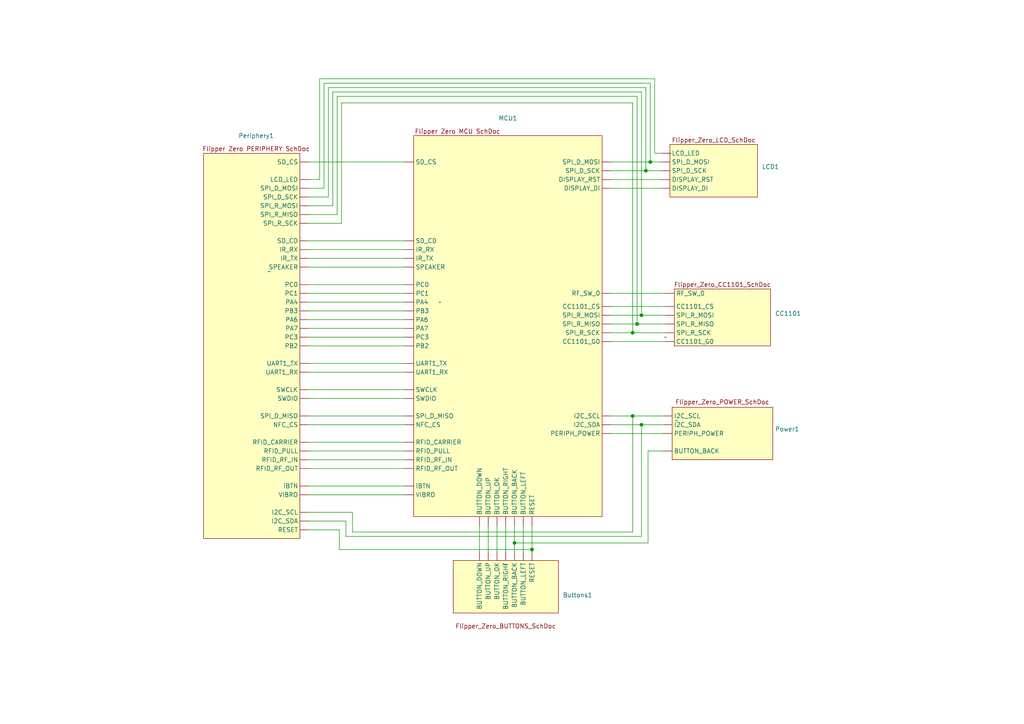
<source format=kicad_sch>
(kicad_sch
	(version 20250114)
	(generator "eeschema")
	(generator_version "9.0")
	(uuid "82772dcb-58e3-42ce-9eaf-750ba31cf4b4")
	(paper "A4")
	(title_block
		(title "Flipper Device DIY")
		(rev "13.F7B9C6")
		(company "Originally from : Flipper Devices Inc.")
		(comment 1 "DIY Version 1.0")
	)
	(lib_symbols
		(symbol "Flipper_Zero_Lib:Flipper_Zero_Button_Block"
			(exclude_from_sim no)
			(in_bom yes)
			(on_board yes)
			(property "Reference" "Buttons"
				(at -11.43 -15.24 0)
				(effects
					(font
						(size 1.27 1.27)
					)
				)
			)
			(property "Value" ""
				(at 0 0 0)
				(effects
					(font
						(size 1.27 1.27)
					)
				)
			)
			(property "Footprint" ""
				(at 0 0 0)
				(effects
					(font
						(size 1.27 1.27)
					)
					(hide yes)
				)
			)
			(property "Datasheet" ""
				(at 0 0 0)
				(effects
					(font
						(size 1.27 1.27)
					)
					(hide yes)
				)
			)
			(property "Description" ""
				(at 0 0 0)
				(effects
					(font
						(size 1.27 1.27)
					)
					(hide yes)
				)
			)
			(symbol "Flipper_Zero_Button_Block_1_1"
				(rectangle
					(start -15.24 1.27)
					(end 15.24 -13.97)
					(stroke
						(width 0)
						(type default)
					)
					(fill
						(type background)
					)
				)
				(text "Flipper_Zero_BUTTONS_SchDoc\n"
					(at 0 -17.78 0)
					(effects
						(font
							(size 1.27 1.27)
						)
					)
				)
				(pin output line
					(at -7.62 3.81 270)
					(length 2.54)
					(name "BUTTON_DOWN"
						(effects
							(font
								(size 1.27 1.27)
							)
						)
					)
					(number ""
						(effects
							(font
								(size 1.27 1.27)
							)
						)
					)
				)
				(pin output line
					(at -5.08 3.81 270)
					(length 2.54)
					(name "BUTTON_UP"
						(effects
							(font
								(size 1.27 1.27)
							)
						)
					)
					(number ""
						(effects
							(font
								(size 1.27 1.27)
							)
						)
					)
				)
				(pin output line
					(at -2.54 3.81 270)
					(length 2.54)
					(name "BUTTON_OK"
						(effects
							(font
								(size 1.27 1.27)
							)
						)
					)
					(number ""
						(effects
							(font
								(size 1.27 1.27)
							)
						)
					)
				)
				(pin output line
					(at 0 3.81 270)
					(length 2.54)
					(name "BUTTON_RIGHT"
						(effects
							(font
								(size 1.27 1.27)
							)
						)
					)
					(number ""
						(effects
							(font
								(size 1.27 1.27)
							)
						)
					)
				)
				(pin output line
					(at 2.54 3.81 270)
					(length 2.54)
					(name "BUTTON_BACK"
						(effects
							(font
								(size 1.27 1.27)
							)
						)
					)
					(number ""
						(effects
							(font
								(size 1.27 1.27)
							)
						)
					)
				)
				(pin output line
					(at 5.08 3.81 270)
					(length 2.54)
					(name "BUTTON_LEFT"
						(effects
							(font
								(size 1.27 1.27)
							)
						)
					)
					(number ""
						(effects
							(font
								(size 1.27 1.27)
							)
						)
					)
				)
				(pin output line
					(at 7.62 3.81 270)
					(length 2.54)
					(name "RESET"
						(effects
							(font
								(size 1.27 1.27)
							)
						)
					)
					(number ""
						(effects
							(font
								(size 1.27 1.27)
							)
						)
					)
				)
			)
			(embedded_fonts no)
		)
		(symbol "Flipper_Zero_Lib:Flipper_Zero_CC101_Block"
			(exclude_from_sim no)
			(in_bom yes)
			(on_board yes)
			(property "Reference" "CC1101"
				(at 2.54 17.78 0)
				(effects
					(font
						(size 1.27 1.27)
					)
				)
			)
			(property "Value" ""
				(at -3.81 0 0)
				(effects
					(font
						(size 1.27 1.27)
					)
				)
			)
			(property "Footprint" ""
				(at -3.81 0 0)
				(effects
					(font
						(size 1.27 1.27)
					)
					(hide yes)
				)
			)
			(property "Datasheet" ""
				(at -3.81 0 0)
				(effects
					(font
						(size 1.27 1.27)
					)
					(hide yes)
				)
			)
			(property "Description" ""
				(at 0 0 0)
				(effects
					(font
						(size 1.27 1.27)
					)
					(hide yes)
				)
			)
			(symbol "Flipper_Zero_CC101_Block_1_1"
				(rectangle
					(start -1.27 13.97)
					(end 26.67 -2.54)
					(stroke
						(width 0)
						(type default)
					)
					(fill
						(type background)
					)
				)
				(text "Flipper_Zero_CC1101_SchDoc\n"
					(at 12.7 15.24 0)
					(effects
						(font
							(size 1.27 1.27)
						)
					)
				)
				(pin input line
					(at -3.81 12.7 0)
					(length 2.54)
					(name "RF_SW_0"
						(effects
							(font
								(size 1.27 1.27)
							)
						)
					)
					(number ""
						(effects
							(font
								(size 1.27 1.27)
							)
						)
					)
				)
				(pin input line
					(at -3.81 8.89 0)
					(length 2.54)
					(name "CC1101_CS"
						(effects
							(font
								(size 1.27 1.27)
							)
						)
					)
					(number ""
						(effects
							(font
								(size 1.27 1.27)
							)
						)
					)
				)
				(pin input line
					(at -3.81 6.35 0)
					(length 2.54)
					(name "SPI_R_MOSI"
						(effects
							(font
								(size 1.27 1.27)
							)
						)
					)
					(number ""
						(effects
							(font
								(size 1.27 1.27)
							)
						)
					)
				)
				(pin output line
					(at -3.81 3.81 0)
					(length 2.54)
					(name "SPI_R_MISO"
						(effects
							(font
								(size 1.27 1.27)
							)
						)
					)
					(number ""
						(effects
							(font
								(size 1.27 1.27)
							)
						)
					)
				)
				(pin input line
					(at -3.81 1.27 0)
					(length 2.54)
					(name "SPI_R_SCK"
						(effects
							(font
								(size 1.27 1.27)
							)
						)
					)
					(number ""
						(effects
							(font
								(size 1.27 1.27)
							)
						)
					)
				)
				(pin bidirectional line
					(at -3.81 -1.27 0)
					(length 2.54)
					(name "CC1101_G0"
						(effects
							(font
								(size 1.27 1.27)
							)
						)
					)
					(number ""
						(effects
							(font
								(size 1.27 1.27)
							)
						)
					)
				)
			)
			(embedded_fonts no)
		)
		(symbol "Flipper_Zero_Lib:Flipper_Zero_LCD_BLOCK"
			(exclude_from_sim no)
			(in_bom yes)
			(on_board yes)
			(property "Reference" "LCD"
				(at 2.54 6.35 0)
				(effects
					(font
						(size 1.27 1.27)
					)
				)
			)
			(property "Value" ""
				(at 0 0 0)
				(effects
					(font
						(size 1.27 1.27)
					)
				)
			)
			(property "Footprint" ""
				(at 0 0 0)
				(effects
					(font
						(size 1.27 1.27)
					)
					(hide yes)
				)
			)
			(property "Datasheet" ""
				(at 0 0 0)
				(effects
					(font
						(size 1.27 1.27)
					)
					(hide yes)
				)
			)
			(property "Description" ""
				(at 0 0 0)
				(effects
					(font
						(size 1.27 1.27)
					)
					(hide yes)
				)
			)
			(symbol "Flipper_Zero_LCD_BLOCK_1_1"
				(rectangle
					(start 0 2.54)
					(end 25.4 -12.7)
					(stroke
						(width 0)
						(type default)
					)
					(fill
						(type background)
					)
				)
				(text "Flipper_Zero_LCD_SchDoc\n"
					(at 12.7 3.81 0)
					(effects
						(font
							(size 1.27 1.27)
						)
					)
				)
				(pin output line
					(at -2.54 0 0)
					(length 2.54)
					(name "LCD_LED"
						(effects
							(font
								(size 1.27 1.27)
							)
						)
					)
					(number ""
						(effects
							(font
								(size 1.27 1.27)
							)
						)
					)
				)
				(pin input line
					(at -2.54 -2.54 0)
					(length 2.54)
					(name "SPI_D_MOSI"
						(effects
							(font
								(size 1.27 1.27)
							)
						)
					)
					(number ""
						(effects
							(font
								(size 1.27 1.27)
							)
						)
					)
				)
				(pin input line
					(at -2.54 -5.08 0)
					(length 2.54)
					(name "SPI_D_SCK"
						(effects
							(font
								(size 1.27 1.27)
							)
						)
					)
					(number ""
						(effects
							(font
								(size 1.27 1.27)
							)
						)
					)
				)
				(pin input line
					(at -2.54 -7.62 0)
					(length 2.54)
					(name "DISPLAY_RST"
						(effects
							(font
								(size 1.27 1.27)
							)
						)
					)
					(number ""
						(effects
							(font
								(size 1.27 1.27)
							)
						)
					)
				)
				(pin input line
					(at -2.54 -10.16 0)
					(length 2.54)
					(name "DISPLAY_DI"
						(effects
							(font
								(size 1.27 1.27)
							)
						)
					)
					(number ""
						(effects
							(font
								(size 1.27 1.27)
							)
						)
					)
				)
			)
			(embedded_fonts no)
		)
		(symbol "Flipper_Zero_Lib:Flipper_Zero_MCU_Block"
			(exclude_from_sim no)
			(in_bom no)
			(on_board no)
			(property "Reference" "MCU"
				(at -24.13 60.96 0)
				(effects
					(font
						(size 1.27 1.27)
					)
				)
			)
			(property "Value" ""
				(at -19.05 8.89 0)
				(effects
					(font
						(size 1.27 1.27)
					)
				)
			)
			(property "Footprint" ""
				(at -19.05 8.89 0)
				(effects
					(font
						(size 1.27 1.27)
					)
					(hide yes)
				)
			)
			(property "Datasheet" ""
				(at -19.05 8.89 0)
				(effects
					(font
						(size 1.27 1.27)
					)
					(hide yes)
				)
			)
			(property "Description" ""
				(at 0 0 0)
				(effects
					(font
						(size 1.27 1.27)
					)
					(hide yes)
				)
			)
			(symbol "Flipper_Zero_MCU_Block_1_1"
				(rectangle
					(start -26.67 57.15)
					(end 27.94 -53.34)
					(stroke
						(width 0)
						(type default)
					)
					(fill
						(type background)
					)
				)
				(text "Flipper Zero MCU SchDoc\n"
					(at -13.97 58.42 0)
					(effects
						(font
							(size 1.27 1.27)
						)
					)
				)
				(pin output line
					(at -29.21 49.53 0)
					(length 2.54)
					(name "SD_CS"
						(effects
							(font
								(size 1.27 1.27)
							)
						)
					)
					(number ""
						(effects
							(font
								(size 1.27 1.27)
							)
						)
					)
				)
				(pin input line
					(at -29.21 26.67 0)
					(length 2.54)
					(name "SD_CD"
						(effects
							(font
								(size 1.27 1.27)
							)
						)
					)
					(number ""
						(effects
							(font
								(size 1.27 1.27)
							)
						)
					)
				)
				(pin input line
					(at -29.21 24.13 0)
					(length 2.54)
					(name "IR_RX"
						(effects
							(font
								(size 1.27 1.27)
							)
						)
					)
					(number ""
						(effects
							(font
								(size 1.27 1.27)
							)
						)
					)
				)
				(pin output line
					(at -29.21 21.59 0)
					(length 2.54)
					(name "IR_TX"
						(effects
							(font
								(size 1.27 1.27)
							)
						)
					)
					(number ""
						(effects
							(font
								(size 1.27 1.27)
							)
						)
					)
				)
				(pin output line
					(at -29.21 19.05 0)
					(length 2.54)
					(name "SPEAKER"
						(effects
							(font
								(size 1.27 1.27)
							)
						)
					)
					(number ""
						(effects
							(font
								(size 1.27 1.27)
							)
						)
					)
				)
				(pin bidirectional line
					(at -29.21 13.97 0)
					(length 2.54)
					(name "PC0"
						(effects
							(font
								(size 1.27 1.27)
							)
						)
					)
					(number ""
						(effects
							(font
								(size 1.27 1.27)
							)
						)
					)
				)
				(pin bidirectional line
					(at -29.21 11.43 0)
					(length 2.54)
					(name "PC1"
						(effects
							(font
								(size 1.27 1.27)
							)
						)
					)
					(number ""
						(effects
							(font
								(size 1.27 1.27)
							)
						)
					)
				)
				(pin bidirectional line
					(at -29.21 8.89 0)
					(length 2.54)
					(name "PA4"
						(effects
							(font
								(size 1.27 1.27)
							)
						)
					)
					(number ""
						(effects
							(font
								(size 1.27 1.27)
							)
						)
					)
				)
				(pin bidirectional line
					(at -29.21 6.35 0)
					(length 2.54)
					(name "PB3"
						(effects
							(font
								(size 1.27 1.27)
							)
						)
					)
					(number ""
						(effects
							(font
								(size 1.27 1.27)
							)
						)
					)
				)
				(pin bidirectional line
					(at -29.21 3.81 0)
					(length 2.54)
					(name "PA6"
						(effects
							(font
								(size 1.27 1.27)
							)
						)
					)
					(number ""
						(effects
							(font
								(size 1.27 1.27)
							)
						)
					)
				)
				(pin bidirectional line
					(at -29.21 1.27 0)
					(length 2.54)
					(name "PA7"
						(effects
							(font
								(size 1.27 1.27)
							)
						)
					)
					(number ""
						(effects
							(font
								(size 1.27 1.27)
							)
						)
					)
				)
				(pin bidirectional line
					(at -29.21 -1.27 0)
					(length 2.54)
					(name "PC3"
						(effects
							(font
								(size 1.27 1.27)
							)
						)
					)
					(number ""
						(effects
							(font
								(size 1.27 1.27)
							)
						)
					)
				)
				(pin bidirectional line
					(at -29.21 -3.81 0)
					(length 2.54)
					(name "PB2"
						(effects
							(font
								(size 1.27 1.27)
							)
						)
					)
					(number ""
						(effects
							(font
								(size 1.27 1.27)
							)
						)
					)
				)
				(pin output line
					(at -29.21 -8.89 0)
					(length 2.54)
					(name "UART1_TX"
						(effects
							(font
								(size 1.27 1.27)
							)
						)
					)
					(number ""
						(effects
							(font
								(size 1.27 1.27)
							)
						)
					)
				)
				(pin input line
					(at -29.21 -11.43 0)
					(length 2.54)
					(name "UART1_RX"
						(effects
							(font
								(size 1.27 1.27)
							)
						)
					)
					(number ""
						(effects
							(font
								(size 1.27 1.27)
							)
						)
					)
				)
				(pin output line
					(at -29.21 -16.51 0)
					(length 2.54)
					(name "SWCLK"
						(effects
							(font
								(size 1.27 1.27)
							)
						)
					)
					(number ""
						(effects
							(font
								(size 1.27 1.27)
							)
						)
					)
				)
				(pin bidirectional line
					(at -29.21 -19.05 0)
					(length 2.54)
					(name "SWDIO"
						(effects
							(font
								(size 1.27 1.27)
							)
						)
					)
					(number ""
						(effects
							(font
								(size 1.27 1.27)
							)
						)
					)
				)
				(pin input line
					(at -29.21 -24.13 0)
					(length 2.54)
					(name "SPI_D_MISO"
						(effects
							(font
								(size 1.27 1.27)
							)
						)
					)
					(number ""
						(effects
							(font
								(size 1.27 1.27)
							)
						)
					)
				)
				(pin output line
					(at -29.21 -26.67 0)
					(length 2.54)
					(name "NFC_CS"
						(effects
							(font
								(size 1.27 1.27)
							)
						)
					)
					(number ""
						(effects
							(font
								(size 1.27 1.27)
							)
						)
					)
				)
				(pin input line
					(at -29.21 -31.75 0)
					(length 2.54)
					(name "RFID_CARRIER"
						(effects
							(font
								(size 1.27 1.27)
							)
						)
					)
					(number ""
						(effects
							(font
								(size 1.27 1.27)
							)
						)
					)
				)
				(pin output line
					(at -29.21 -34.29 0)
					(length 2.54)
					(name "RFID_PULL"
						(effects
							(font
								(size 1.27 1.27)
							)
						)
					)
					(number ""
						(effects
							(font
								(size 1.27 1.27)
							)
						)
					)
				)
				(pin input line
					(at -29.21 -36.83 0)
					(length 2.54)
					(name "RFID_RF_IN"
						(effects
							(font
								(size 1.27 1.27)
							)
						)
					)
					(number ""
						(effects
							(font
								(size 1.27 1.27)
							)
						)
					)
				)
				(pin output line
					(at -29.21 -39.37 0)
					(length 2.54)
					(name "RFID_RF_OUT"
						(effects
							(font
								(size 1.27 1.27)
							)
						)
					)
					(number ""
						(effects
							(font
								(size 1.27 1.27)
							)
						)
					)
				)
				(pin bidirectional line
					(at -29.21 -44.45 0)
					(length 2.54)
					(name "iBTN"
						(effects
							(font
								(size 1.27 1.27)
							)
						)
					)
					(number ""
						(effects
							(font
								(size 1.27 1.27)
							)
						)
					)
				)
				(pin output line
					(at -29.21 -46.99 0)
					(length 2.54)
					(name "VIBRO"
						(effects
							(font
								(size 1.27 1.27)
							)
						)
					)
					(number ""
						(effects
							(font
								(size 1.27 1.27)
							)
						)
					)
				)
				(pin input line
					(at -7.62 -55.88 90)
					(length 2.54)
					(name "BUTTON_DOWN"
						(effects
							(font
								(size 1.27 1.27)
							)
						)
					)
					(number ""
						(effects
							(font
								(size 1.27 1.27)
							)
						)
					)
				)
				(pin input line
					(at -5.08 -55.88 90)
					(length 2.54)
					(name "BUTTON_UP"
						(effects
							(font
								(size 1.27 1.27)
							)
						)
					)
					(number ""
						(effects
							(font
								(size 1.27 1.27)
							)
						)
					)
				)
				(pin input line
					(at -2.54 -55.88 90)
					(length 2.54)
					(name "BUTTON_OK"
						(effects
							(font
								(size 1.27 1.27)
							)
						)
					)
					(number ""
						(effects
							(font
								(size 1.27 1.27)
							)
						)
					)
				)
				(pin input line
					(at 0 -55.88 90)
					(length 2.54)
					(name "BUTTON_RIGHT"
						(effects
							(font
								(size 1.27 1.27)
							)
						)
					)
					(number ""
						(effects
							(font
								(size 1.27 1.27)
							)
						)
					)
				)
				(pin input line
					(at 2.54 -55.88 90)
					(length 2.54)
					(name "BUTTON_BACK"
						(effects
							(font
								(size 1.27 1.27)
							)
						)
					)
					(number ""
						(effects
							(font
								(size 1.27 1.27)
							)
						)
					)
				)
				(pin input line
					(at 5.08 -55.88 90)
					(length 2.54)
					(name "BUTTON_LEFT"
						(effects
							(font
								(size 1.27 1.27)
							)
						)
					)
					(number ""
						(effects
							(font
								(size 1.27 1.27)
							)
						)
					)
				)
				(pin input line
					(at 7.62 -55.88 90)
					(length 2.54)
					(name "RESET"
						(effects
							(font
								(size 1.27 1.27)
							)
						)
					)
					(number ""
						(effects
							(font
								(size 1.27 1.27)
							)
						)
					)
				)
				(pin output line
					(at 30.48 49.53 180)
					(length 2.54)
					(name "SPI_D_MOSI"
						(effects
							(font
								(size 1.27 1.27)
							)
						)
					)
					(number ""
						(effects
							(font
								(size 1.27 1.27)
							)
						)
					)
				)
				(pin output line
					(at 30.48 46.99 180)
					(length 2.54)
					(name "SPI_D_SCK"
						(effects
							(font
								(size 1.27 1.27)
							)
						)
					)
					(number ""
						(effects
							(font
								(size 1.27 1.27)
							)
						)
					)
				)
				(pin output line
					(at 30.48 44.45 180)
					(length 2.54)
					(name "DISPLAY_RST"
						(effects
							(font
								(size 1.27 1.27)
							)
						)
					)
					(number ""
						(effects
							(font
								(size 1.27 1.27)
							)
						)
					)
				)
				(pin output line
					(at 30.48 41.91 180)
					(length 2.54)
					(name "DISPLAY_DI"
						(effects
							(font
								(size 1.27 1.27)
							)
						)
					)
					(number ""
						(effects
							(font
								(size 1.27 1.27)
							)
						)
					)
				)
				(pin output line
					(at 30.48 11.43 180)
					(length 2.54)
					(name "RF_SW_0"
						(effects
							(font
								(size 1.27 1.27)
							)
						)
					)
					(number ""
						(effects
							(font
								(size 1.27 1.27)
							)
						)
					)
				)
				(pin output line
					(at 30.48 7.62 180)
					(length 2.54)
					(name "CC1101_CS"
						(effects
							(font
								(size 1.27 1.27)
							)
						)
					)
					(number ""
						(effects
							(font
								(size 1.27 1.27)
							)
						)
					)
				)
				(pin output line
					(at 30.48 5.08 180)
					(length 2.54)
					(name "SPI_R_MOSI"
						(effects
							(font
								(size 1.27 1.27)
							)
						)
					)
					(number ""
						(effects
							(font
								(size 1.27 1.27)
							)
						)
					)
				)
				(pin input line
					(at 30.48 2.54 180)
					(length 2.54)
					(name "SPI_R_MISO"
						(effects
							(font
								(size 1.27 1.27)
							)
						)
					)
					(number ""
						(effects
							(font
								(size 1.27 1.27)
							)
						)
					)
				)
				(pin output line
					(at 30.48 0 180)
					(length 2.54)
					(name "SPI_R_SCK"
						(effects
							(font
								(size 1.27 1.27)
							)
						)
					)
					(number ""
						(effects
							(font
								(size 1.27 1.27)
							)
						)
					)
				)
				(pin bidirectional line
					(at 30.48 -2.54 180)
					(length 2.54)
					(name "CC1101_G0"
						(effects
							(font
								(size 1.27 1.27)
							)
						)
					)
					(number ""
						(effects
							(font
								(size 1.27 1.27)
							)
						)
					)
				)
				(pin output line
					(at 30.48 -24.13 180)
					(length 2.54)
					(name "I2C_SCL"
						(effects
							(font
								(size 1.27 1.27)
							)
						)
					)
					(number ""
						(effects
							(font
								(size 1.27 1.27)
							)
						)
					)
				)
				(pin bidirectional line
					(at 30.48 -26.67 180)
					(length 2.54)
					(name "I2C_SDA"
						(effects
							(font
								(size 1.27 1.27)
							)
						)
					)
					(number ""
						(effects
							(font
								(size 1.27 1.27)
							)
						)
					)
				)
				(pin output line
					(at 30.48 -29.21 180)
					(length 2.54)
					(name "PERIPH_POWER"
						(effects
							(font
								(size 1.27 1.27)
							)
						)
					)
					(number ""
						(effects
							(font
								(size 1.27 1.27)
							)
						)
					)
				)
			)
			(embedded_fonts no)
		)
		(symbol "Flipper_Zero_Lib:Flipper_Zero_Periphery_Block"
			(exclude_from_sim no)
			(in_bom yes)
			(on_board yes)
			(property "Reference" "Periphery"
				(at -15.24 38.1 0)
				(effects
					(font
						(size 1.27 1.27)
					)
				)
			)
			(property "Value" ""
				(at 0 0 0)
				(effects
					(font
						(size 1.27 1.27)
					)
				)
			)
			(property "Footprint" ""
				(at 0 0 0)
				(effects
					(font
						(size 1.27 1.27)
					)
					(hide yes)
				)
			)
			(property "Datasheet" ""
				(at 0 0 0)
				(effects
					(font
						(size 1.27 1.27)
					)
					(hide yes)
				)
			)
			(property "Description" ""
				(at 0 0 0)
				(effects
					(font
						(size 1.27 1.27)
					)
					(hide yes)
				)
			)
			(symbol "Flipper_Zero_Periphery_Block_1_1"
				(rectangle
					(start -19.05 34.29)
					(end 8.89 -77.47)
					(stroke
						(width 0)
						(type default)
					)
					(fill
						(type background)
					)
				)
				(text "Flipper Zero PERIPHERY SchDoc\n"
					(at -3.81 35.56 0)
					(effects
						(font
							(size 1.27 1.27)
						)
					)
				)
				(pin input line
					(at 11.43 31.75 180)
					(length 2.54)
					(name "SD_CS"
						(effects
							(font
								(size 1.27 1.27)
							)
						)
					)
					(number ""
						(effects
							(font
								(size 1.27 1.27)
							)
						)
					)
				)
				(pin input line
					(at 11.43 26.67 180)
					(length 2.54)
					(name "LCD_LED"
						(effects
							(font
								(size 1.27 1.27)
							)
						)
					)
					(number ""
						(effects
							(font
								(size 1.27 1.27)
							)
						)
					)
				)
				(pin input line
					(at 11.43 24.13 180)
					(length 2.54)
					(name "SPI_D_MOSI"
						(effects
							(font
								(size 1.27 1.27)
							)
						)
					)
					(number ""
						(effects
							(font
								(size 1.27 1.27)
							)
						)
					)
				)
				(pin input line
					(at 11.43 21.59 180)
					(length 2.54)
					(name "SPI_D_SCK"
						(effects
							(font
								(size 1.27 1.27)
							)
						)
					)
					(number ""
						(effects
							(font
								(size 1.27 1.27)
							)
						)
					)
				)
				(pin input line
					(at 11.43 19.05 180)
					(length 2.54)
					(name "SPI_R_MOSI"
						(effects
							(font
								(size 1.27 1.27)
							)
						)
					)
					(number ""
						(effects
							(font
								(size 1.27 1.27)
							)
						)
					)
				)
				(pin input line
					(at 11.43 16.51 180)
					(length 2.54)
					(name "SPI_R_MISO"
						(effects
							(font
								(size 1.27 1.27)
							)
						)
					)
					(number ""
						(effects
							(font
								(size 1.27 1.27)
							)
						)
					)
				)
				(pin input line
					(at 11.43 13.97 180)
					(length 2.54)
					(name "SPI_R_SCK"
						(effects
							(font
								(size 1.27 1.27)
							)
						)
					)
					(number ""
						(effects
							(font
								(size 1.27 1.27)
							)
						)
					)
				)
				(pin output line
					(at 11.43 8.89 180)
					(length 2.54)
					(name "SD_CD"
						(effects
							(font
								(size 1.27 1.27)
							)
						)
					)
					(number ""
						(effects
							(font
								(size 1.27 1.27)
							)
						)
					)
				)
				(pin output line
					(at 11.43 6.35 180)
					(length 2.54)
					(name "IR_RX"
						(effects
							(font
								(size 1.27 1.27)
							)
						)
					)
					(number ""
						(effects
							(font
								(size 1.27 1.27)
							)
						)
					)
				)
				(pin input line
					(at 11.43 3.81 180)
					(length 2.54)
					(name "IR_TX"
						(effects
							(font
								(size 1.27 1.27)
							)
						)
					)
					(number ""
						(effects
							(font
								(size 1.27 1.27)
							)
						)
					)
				)
				(pin input line
					(at 11.43 1.27 180)
					(length 2.54)
					(name "SPEAKER"
						(effects
							(font
								(size 1.27 1.27)
							)
						)
					)
					(number ""
						(effects
							(font
								(size 1.27 1.27)
							)
						)
					)
				)
				(pin bidirectional line
					(at 11.43 -3.81 180)
					(length 2.54)
					(name "PC0"
						(effects
							(font
								(size 1.27 1.27)
							)
						)
					)
					(number ""
						(effects
							(font
								(size 1.27 1.27)
							)
						)
					)
				)
				(pin bidirectional line
					(at 11.43 -6.35 180)
					(length 2.54)
					(name "PC1"
						(effects
							(font
								(size 1.27 1.27)
							)
						)
					)
					(number ""
						(effects
							(font
								(size 1.27 1.27)
							)
						)
					)
				)
				(pin bidirectional line
					(at 11.43 -8.89 180)
					(length 2.54)
					(name "PA4"
						(effects
							(font
								(size 1.27 1.27)
							)
						)
					)
					(number ""
						(effects
							(font
								(size 1.27 1.27)
							)
						)
					)
				)
				(pin bidirectional line
					(at 11.43 -11.43 180)
					(length 2.54)
					(name "PB3"
						(effects
							(font
								(size 1.27 1.27)
							)
						)
					)
					(number ""
						(effects
							(font
								(size 1.27 1.27)
							)
						)
					)
				)
				(pin bidirectional line
					(at 11.43 -13.97 180)
					(length 2.54)
					(name "PA6"
						(effects
							(font
								(size 1.27 1.27)
							)
						)
					)
					(number ""
						(effects
							(font
								(size 1.27 1.27)
							)
						)
					)
				)
				(pin bidirectional line
					(at 11.43 -16.51 180)
					(length 2.54)
					(name "PA7"
						(effects
							(font
								(size 1.27 1.27)
							)
						)
					)
					(number ""
						(effects
							(font
								(size 1.27 1.27)
							)
						)
					)
				)
				(pin bidirectional line
					(at 11.43 -19.05 180)
					(length 2.54)
					(name "PC3"
						(effects
							(font
								(size 1.27 1.27)
							)
						)
					)
					(number ""
						(effects
							(font
								(size 1.27 1.27)
							)
						)
					)
				)
				(pin bidirectional line
					(at 11.43 -21.59 180)
					(length 2.54)
					(name "PB2"
						(effects
							(font
								(size 1.27 1.27)
							)
						)
					)
					(number ""
						(effects
							(font
								(size 1.27 1.27)
							)
						)
					)
				)
				(pin input line
					(at 11.43 -26.67 180)
					(length 2.54)
					(name "UART1_TX"
						(effects
							(font
								(size 1.27 1.27)
							)
						)
					)
					(number ""
						(effects
							(font
								(size 1.27 1.27)
							)
						)
					)
				)
				(pin output line
					(at 11.43 -29.21 180)
					(length 2.54)
					(name "UART1_RX"
						(effects
							(font
								(size 1.27 1.27)
							)
						)
					)
					(number ""
						(effects
							(font
								(size 1.27 1.27)
							)
						)
					)
				)
				(pin input line
					(at 11.43 -34.29 180)
					(length 2.54)
					(name "SWCLK"
						(effects
							(font
								(size 1.27 1.27)
							)
						)
					)
					(number ""
						(effects
							(font
								(size 1.27 1.27)
							)
						)
					)
				)
				(pin bidirectional line
					(at 11.43 -36.83 180)
					(length 2.54)
					(name "SWDIO"
						(effects
							(font
								(size 1.27 1.27)
							)
						)
					)
					(number ""
						(effects
							(font
								(size 1.27 1.27)
							)
						)
					)
				)
				(pin output line
					(at 11.43 -41.91 180)
					(length 2.54)
					(name "SPI_D_MISO"
						(effects
							(font
								(size 1.27 1.27)
							)
						)
					)
					(number ""
						(effects
							(font
								(size 1.27 1.27)
							)
						)
					)
				)
				(pin input line
					(at 11.43 -44.45 180)
					(length 2.54)
					(name "NFC_CS"
						(effects
							(font
								(size 1.27 1.27)
							)
						)
					)
					(number ""
						(effects
							(font
								(size 1.27 1.27)
							)
						)
					)
				)
				(pin output line
					(at 11.43 -49.53 180)
					(length 2.54)
					(name "RFID_CARRIER"
						(effects
							(font
								(size 1.27 1.27)
							)
						)
					)
					(number ""
						(effects
							(font
								(size 1.27 1.27)
							)
						)
					)
				)
				(pin input line
					(at 11.43 -52.07 180)
					(length 2.54)
					(name "RFID_PULL"
						(effects
							(font
								(size 1.27 1.27)
							)
						)
					)
					(number ""
						(effects
							(font
								(size 1.27 1.27)
							)
						)
					)
				)
				(pin output line
					(at 11.43 -54.61 180)
					(length 2.54)
					(name "RFID_RF_IN"
						(effects
							(font
								(size 1.27 1.27)
							)
						)
					)
					(number ""
						(effects
							(font
								(size 1.27 1.27)
							)
						)
					)
				)
				(pin input line
					(at 11.43 -57.15 180)
					(length 2.54)
					(name "RFID_RF_OUT"
						(effects
							(font
								(size 1.27 1.27)
							)
						)
					)
					(number ""
						(effects
							(font
								(size 1.27 1.27)
							)
						)
					)
				)
				(pin bidirectional line
					(at 11.43 -62.23 180)
					(length 2.54)
					(name "iBTN"
						(effects
							(font
								(size 1.27 1.27)
							)
						)
					)
					(number ""
						(effects
							(font
								(size 1.27 1.27)
							)
						)
					)
				)
				(pin input line
					(at 11.43 -64.77 180)
					(length 2.54)
					(name "VIBRO"
						(effects
							(font
								(size 1.27 1.27)
							)
						)
					)
					(number ""
						(effects
							(font
								(size 1.27 1.27)
							)
						)
					)
				)
				(pin input line
					(at 11.43 -69.85 180)
					(length 2.54)
					(name "I2C_SCL"
						(effects
							(font
								(size 1.27 1.27)
							)
						)
					)
					(number ""
						(effects
							(font
								(size 1.27 1.27)
							)
						)
					)
				)
				(pin bidirectional line
					(at 11.43 -72.39 180)
					(length 2.54)
					(name "I2C_SDA"
						(effects
							(font
								(size 1.27 1.27)
							)
						)
					)
					(number ""
						(effects
							(font
								(size 1.27 1.27)
							)
						)
					)
				)
				(pin input line
					(at 11.43 -74.93 180)
					(length 2.54)
					(name "RESET"
						(effects
							(font
								(size 1.27 1.27)
							)
						)
					)
					(number ""
						(effects
							(font
								(size 1.27 1.27)
							)
						)
					)
				)
			)
			(embedded_fonts no)
		)
		(symbol "Flipper_Zero_Lib:Flipper_Zero_Power_Block"
			(exclude_from_sim no)
			(in_bom yes)
			(on_board yes)
			(property "Reference" "Power"
				(at 2.54 7.62 0)
				(effects
					(font
						(size 1.27 1.27)
					)
				)
			)
			(property "Value" ""
				(at 0 0 0)
				(effects
					(font
						(size 1.27 1.27)
					)
				)
			)
			(property "Footprint" ""
				(at 0 0 0)
				(effects
					(font
						(size 1.27 1.27)
					)
					(hide yes)
				)
			)
			(property "Datasheet" ""
				(at 0 0 0)
				(effects
					(font
						(size 1.27 1.27)
					)
					(hide yes)
				)
			)
			(property "Description" ""
				(at 0 0 0)
				(effects
					(font
						(size 1.27 1.27)
					)
					(hide yes)
				)
			)
			(symbol "Flipper_Zero_Power_Block_1_1"
				(rectangle
					(start -1.27 3.81)
					(end 27.94 -11.43)
					(stroke
						(width 0)
						(type default)
					)
					(fill
						(type background)
					)
				)
				(text "Flipper_Zero_POWER_SchDoc\n"
					(at 13.2919 5.3151 0)
					(effects
						(font
							(size 1.27 1.27)
						)
					)
				)
				(pin input line
					(at -3.81 1.27 0)
					(length 2.54)
					(name "I2C_SCL"
						(effects
							(font
								(size 1.27 1.27)
							)
						)
					)
					(number ""
						(effects
							(font
								(size 1.27 1.27)
							)
						)
					)
				)
				(pin bidirectional line
					(at -3.81 -1.27 0)
					(length 2.54)
					(name "I2C_SDA"
						(effects
							(font
								(size 1.27 1.27)
							)
						)
					)
					(number ""
						(effects
							(font
								(size 1.27 1.27)
							)
						)
					)
				)
				(pin input line
					(at -3.81 -3.81 0)
					(length 2.54)
					(name "PERIPH_POWER"
						(effects
							(font
								(size 1.27 1.27)
							)
						)
					)
					(number ""
						(effects
							(font
								(size 1.27 1.27)
							)
						)
					)
				)
				(pin output line
					(at -3.81 -8.89 0)
					(length 2.54)
					(name "BUTTON_BACK"
						(effects
							(font
								(size 1.27 1.27)
							)
						)
					)
					(number ""
						(effects
							(font
								(size 1.27 1.27)
							)
						)
					)
				)
			)
			(embedded_fonts no)
		)
	)
	(junction
		(at 154.305 159.385)
		(diameter 0)
		(color 0 0 0 0)
		(uuid "06cb3552-f56e-4cab-8643-fa05509ddfce")
	)
	(junction
		(at 183.515 96.52)
		(diameter 0)
		(color 0 0 0 0)
		(uuid "10058db6-1bd2-4809-a40c-69ea6cbc08ee")
	)
	(junction
		(at 184.785 93.98)
		(diameter 0)
		(color 0 0 0 0)
		(uuid "3025b8d3-9bfb-4f23-9e2c-12dfe1ccab31")
	)
	(junction
		(at 149.225 157.48)
		(diameter 0)
		(color 0 0 0 0)
		(uuid "3767edc7-de69-4332-924c-a50c8af2edfc")
	)
	(junction
		(at 186.055 91.44)
		(diameter 0)
		(color 0 0 0 0)
		(uuid "38b3e848-f3c9-4072-8ee7-dc5ec7617ec4")
	)
	(junction
		(at 188.595 46.99)
		(diameter 0)
		(color 0 0 0 0)
		(uuid "4f6a0000-2a86-463b-b798-e031ff906452")
	)
	(junction
		(at 186.055 123.19)
		(diameter 0)
		(color 0 0 0 0)
		(uuid "c83e5d84-adb3-4763-b09f-8b84d78bd161")
	)
	(junction
		(at 187.325 49.53)
		(diameter 0)
		(color 0 0 0 0)
		(uuid "ec432b37-7aa0-412b-938a-86479479c1b3")
	)
	(junction
		(at 183.515 120.65)
		(diameter 0)
		(color 0 0 0 0)
		(uuid "ed964afb-f3f9-4b72-90ef-e24306dff4bf")
	)
	(wire
		(pts
			(xy 186.055 91.44) (xy 193.04 91.44)
		)
		(stroke
			(width 0)
			(type default)
		)
		(uuid "00a1ad52-6ec2-40dd-9a6d-b50de9f131b9")
	)
	(wire
		(pts
			(xy 89.535 46.99) (xy 117.475 46.99)
		)
		(stroke
			(width 0)
			(type default)
		)
		(uuid "0487366e-401b-401b-9a3e-774e066f0bc6")
	)
	(wire
		(pts
			(xy 186.055 26.67) (xy 186.055 91.44)
		)
		(stroke
			(width 0)
			(type default)
		)
		(uuid "0bac62a6-457f-4091-9dd9-dd0f53df7f1d")
	)
	(wire
		(pts
			(xy 151.765 152.4) (xy 151.765 160.02)
		)
		(stroke
			(width 0)
			(type default)
		)
		(uuid "185ee24c-c9ea-409c-bf09-df05e6d38326")
	)
	(wire
		(pts
			(xy 154.305 159.385) (xy 154.305 160.02)
		)
		(stroke
			(width 0)
			(type default)
		)
		(uuid "186a69b7-bf34-4bbc-8051-5a62a107f510")
	)
	(wire
		(pts
			(xy 177.165 99.06) (xy 193.04 99.06)
		)
		(stroke
			(width 0)
			(type default)
		)
		(uuid "18c37d72-088f-48db-8e0a-4ac8fae20236")
	)
	(wire
		(pts
			(xy 89.535 64.77) (xy 99.06 64.77)
		)
		(stroke
			(width 0)
			(type default)
		)
		(uuid "1b3fb04b-f00c-4771-973b-574bf82a635b")
	)
	(wire
		(pts
			(xy 100.33 151.13) (xy 100.33 155.575)
		)
		(stroke
			(width 0)
			(type default)
		)
		(uuid "24eeddb3-ce7b-40a1-9d05-e1dc4a5027ad")
	)
	(wire
		(pts
			(xy 102.235 154.305) (xy 183.515 154.305)
		)
		(stroke
			(width 0)
			(type default)
		)
		(uuid "2586bb19-deb7-49d1-845a-5c008cab8033")
	)
	(wire
		(pts
			(xy 186.055 155.575) (xy 186.055 123.19)
		)
		(stroke
			(width 0)
			(type default)
		)
		(uuid "26e37c6b-4d1e-4203-aa55-10c57cd17f58")
	)
	(wire
		(pts
			(xy 177.165 120.65) (xy 183.515 120.65)
		)
		(stroke
			(width 0)
			(type default)
		)
		(uuid "2af9fcc7-9f78-4c5b-b5cc-4f374a552325")
	)
	(wire
		(pts
			(xy 102.235 148.59) (xy 102.235 154.305)
		)
		(stroke
			(width 0)
			(type default)
		)
		(uuid "2f4e3571-e7ef-4233-bf9b-53db2b55ce58")
	)
	(wire
		(pts
			(xy 149.225 152.4) (xy 149.225 157.48)
		)
		(stroke
			(width 0)
			(type default)
		)
		(uuid "31f4882e-275b-4e3b-a129-5c7fa0f1ceb1")
	)
	(wire
		(pts
			(xy 89.535 130.81) (xy 117.475 130.81)
		)
		(stroke
			(width 0)
			(type default)
		)
		(uuid "34b6cd43-6e5b-411d-8ac4-90358ca919b4")
	)
	(wire
		(pts
			(xy 144.145 152.4) (xy 144.145 160.02)
		)
		(stroke
			(width 0)
			(type default)
		)
		(uuid "38143459-7649-4bf5-b031-da66aec2ae84")
	)
	(wire
		(pts
			(xy 177.165 49.53) (xy 187.325 49.53)
		)
		(stroke
			(width 0)
			(type default)
		)
		(uuid "3df4eaba-1811-4ad6-80ef-363ad016e1c0")
	)
	(wire
		(pts
			(xy 183.515 29.845) (xy 183.515 96.52)
		)
		(stroke
			(width 0)
			(type default)
		)
		(uuid "40089994-5503-4026-8132-d76562af8fac")
	)
	(wire
		(pts
			(xy 89.535 128.27) (xy 117.475 128.27)
		)
		(stroke
			(width 0)
			(type default)
		)
		(uuid "4261f4c7-3f93-43cc-88f0-db0f1a6397b5")
	)
	(wire
		(pts
			(xy 183.515 154.305) (xy 183.515 120.65)
		)
		(stroke
			(width 0)
			(type default)
		)
		(uuid "42c70261-0aee-4d70-883a-da520f965ad0")
	)
	(wire
		(pts
			(xy 89.535 151.13) (xy 100.33 151.13)
		)
		(stroke
			(width 0)
			(type default)
		)
		(uuid "4ab678ef-cf90-462c-8755-b2ad4f221a61")
	)
	(wire
		(pts
			(xy 89.535 123.19) (xy 117.475 123.19)
		)
		(stroke
			(width 0)
			(type default)
		)
		(uuid "4b561dc4-9f52-493e-a8a0-5f6f2abccca6")
	)
	(wire
		(pts
			(xy 192.405 130.81) (xy 187.96 130.81)
		)
		(stroke
			(width 0)
			(type default)
		)
		(uuid "4c605849-3e29-4939-be1c-1629b9af736d")
	)
	(wire
		(pts
			(xy 188.595 46.99) (xy 191.77 46.99)
		)
		(stroke
			(width 0)
			(type default)
		)
		(uuid "4ccde07b-2293-42e0-a4ef-dfc55d8b5ad3")
	)
	(wire
		(pts
			(xy 177.165 46.99) (xy 188.595 46.99)
		)
		(stroke
			(width 0)
			(type default)
		)
		(uuid "5486532d-fbc9-4e30-a785-e07512be87f7")
	)
	(wire
		(pts
			(xy 149.225 157.48) (xy 149.225 160.02)
		)
		(stroke
			(width 0)
			(type default)
		)
		(uuid "569250d4-c3c9-4d79-9f0f-ef1c026b3336")
	)
	(wire
		(pts
			(xy 96.52 26.67) (xy 186.055 26.67)
		)
		(stroke
			(width 0)
			(type default)
		)
		(uuid "5ad648d4-1a9b-4a59-b57e-8a628893398f")
	)
	(wire
		(pts
			(xy 98.425 153.67) (xy 98.425 159.385)
		)
		(stroke
			(width 0)
			(type default)
		)
		(uuid "5d844942-4452-4691-86ac-68a9dc798527")
	)
	(wire
		(pts
			(xy 189.865 44.45) (xy 189.865 22.86)
		)
		(stroke
			(width 0)
			(type default)
		)
		(uuid "5e5d2586-5a64-40d8-beeb-2e5c0864ec79")
	)
	(wire
		(pts
			(xy 89.535 97.79) (xy 117.475 97.79)
		)
		(stroke
			(width 0)
			(type default)
		)
		(uuid "6b0098f7-cc33-4355-b412-c651e20e8f1c")
	)
	(wire
		(pts
			(xy 96.52 59.69) (xy 96.52 26.67)
		)
		(stroke
			(width 0)
			(type default)
		)
		(uuid "6cc4a945-4451-4530-a96c-02fdd6ca2939")
	)
	(wire
		(pts
			(xy 97.79 27.94) (xy 184.785 27.94)
		)
		(stroke
			(width 0)
			(type default)
		)
		(uuid "6f1d8e01-e1ef-4f61-b7e5-aeda3a9fbbb6")
	)
	(wire
		(pts
			(xy 187.325 49.53) (xy 191.77 49.53)
		)
		(stroke
			(width 0)
			(type default)
		)
		(uuid "75799b78-479f-46a4-81f0-b99f719c763b")
	)
	(wire
		(pts
			(xy 89.535 148.59) (xy 102.235 148.59)
		)
		(stroke
			(width 0)
			(type default)
		)
		(uuid "780740b1-4da2-4d30-9fef-b7e8e81a3ac1")
	)
	(wire
		(pts
			(xy 89.535 74.93) (xy 117.475 74.93)
		)
		(stroke
			(width 0)
			(type default)
		)
		(uuid "789c044a-ecd7-49fd-9aeb-61278d0a9a68")
	)
	(wire
		(pts
			(xy 187.325 25.4) (xy 187.325 49.53)
		)
		(stroke
			(width 0)
			(type default)
		)
		(uuid "7b89af4b-0afb-48be-b8d0-3e500b8a0e73")
	)
	(wire
		(pts
			(xy 89.535 120.65) (xy 117.475 120.65)
		)
		(stroke
			(width 0)
			(type default)
		)
		(uuid "7ef46238-e0ee-426e-a118-8fd96055b2ec")
	)
	(wire
		(pts
			(xy 89.535 54.61) (xy 93.98 54.61)
		)
		(stroke
			(width 0)
			(type default)
		)
		(uuid "83189604-7ee9-4722-874c-887b551a2b7f")
	)
	(wire
		(pts
			(xy 184.785 27.94) (xy 184.785 93.98)
		)
		(stroke
			(width 0)
			(type default)
		)
		(uuid "86b9144c-d70e-4a51-9252-da5e5b66c1aa")
	)
	(wire
		(pts
			(xy 89.535 100.33) (xy 117.475 100.33)
		)
		(stroke
			(width 0)
			(type default)
		)
		(uuid "88373903-2670-4700-8fe0-903b7c26a1e2")
	)
	(wire
		(pts
			(xy 89.535 72.39) (xy 117.475 72.39)
		)
		(stroke
			(width 0)
			(type default)
		)
		(uuid "8ce1a4cf-a6c6-48cb-a1b8-67031b7b1791")
	)
	(wire
		(pts
			(xy 97.79 62.23) (xy 97.79 27.94)
		)
		(stroke
			(width 0)
			(type default)
		)
		(uuid "907b5930-11ca-40aa-9a26-3ef58445fc08")
	)
	(wire
		(pts
			(xy 189.865 22.86) (xy 92.71 22.86)
		)
		(stroke
			(width 0)
			(type default)
		)
		(uuid "90e95cfc-b830-4a68-b51a-8986749ee689")
	)
	(wire
		(pts
			(xy 92.71 22.86) (xy 92.71 52.07)
		)
		(stroke
			(width 0)
			(type default)
		)
		(uuid "949d7596-f53a-4722-b2f9-9f1dc6c5cbfa")
	)
	(wire
		(pts
			(xy 187.96 130.81) (xy 187.96 157.48)
		)
		(stroke
			(width 0)
			(type default)
		)
		(uuid "94bdfc42-d42c-463d-93f3-5191aac9a004")
	)
	(wire
		(pts
			(xy 89.535 135.89) (xy 117.475 135.89)
		)
		(stroke
			(width 0)
			(type default)
		)
		(uuid "96c7950a-331b-4460-beaf-f7a3b4a7c67f")
	)
	(wire
		(pts
			(xy 187.96 157.48) (xy 149.225 157.48)
		)
		(stroke
			(width 0)
			(type default)
		)
		(uuid "97661c09-a58e-4c1d-b272-0d2f9f4ddfe0")
	)
	(wire
		(pts
			(xy 177.165 88.9) (xy 193.04 88.9)
		)
		(stroke
			(width 0)
			(type default)
		)
		(uuid "9a8c6ecf-a6f9-4e02-9ae6-d0be6497ec3f")
	)
	(wire
		(pts
			(xy 177.165 52.07) (xy 191.77 52.07)
		)
		(stroke
			(width 0)
			(type default)
		)
		(uuid "9c952c3a-dc39-4afa-bcd3-3a6ceaabab49")
	)
	(wire
		(pts
			(xy 183.515 96.52) (xy 193.04 96.52)
		)
		(stroke
			(width 0)
			(type default)
		)
		(uuid "9d74d654-e3ba-442d-9b7f-f54f365de851")
	)
	(wire
		(pts
			(xy 89.535 62.23) (xy 97.79 62.23)
		)
		(stroke
			(width 0)
			(type default)
		)
		(uuid "9e905897-6f26-4c12-a3e1-1b280a3e5d01")
	)
	(wire
		(pts
			(xy 183.515 120.65) (xy 192.405 120.65)
		)
		(stroke
			(width 0)
			(type default)
		)
		(uuid "9ebfa173-9832-4678-862d-6bf26044ef5b")
	)
	(wire
		(pts
			(xy 89.535 90.17) (xy 117.475 90.17)
		)
		(stroke
			(width 0)
			(type default)
		)
		(uuid "9ef8eda1-dd8f-47fc-b9dd-7e1445fde1b3")
	)
	(wire
		(pts
			(xy 141.605 152.4) (xy 141.605 160.02)
		)
		(stroke
			(width 0)
			(type default)
		)
		(uuid "a111ce97-6d8d-4836-9843-c754f60a3ae0")
	)
	(wire
		(pts
			(xy 139.065 152.4) (xy 139.065 160.02)
		)
		(stroke
			(width 0)
			(type default)
		)
		(uuid "a3379abd-aa0a-4880-9838-ad5f82ac0ac9")
	)
	(wire
		(pts
			(xy 92.71 52.07) (xy 89.535 52.07)
		)
		(stroke
			(width 0)
			(type default)
		)
		(uuid "a84f7ed1-8cb6-4f86-ba2d-8c88e25becf7")
	)
	(wire
		(pts
			(xy 93.98 54.61) (xy 93.98 24.13)
		)
		(stroke
			(width 0)
			(type default)
		)
		(uuid "a8dcbda0-b3e3-4574-9466-737784163398")
	)
	(wire
		(pts
			(xy 98.425 159.385) (xy 154.305 159.385)
		)
		(stroke
			(width 0)
			(type default)
		)
		(uuid "abb1cce8-970c-4938-8e14-4e491220ed8a")
	)
	(wire
		(pts
			(xy 154.305 152.4) (xy 154.305 159.385)
		)
		(stroke
			(width 0)
			(type default)
		)
		(uuid "b18444ca-690e-4c8e-bd6e-b4a96adef9ce")
	)
	(wire
		(pts
			(xy 177.165 85.09) (xy 193.04 85.09)
		)
		(stroke
			(width 0)
			(type default)
		)
		(uuid "b2a75b36-8109-4bd5-8f0d-2e2d57a06a26")
	)
	(wire
		(pts
			(xy 100.33 155.575) (xy 186.055 155.575)
		)
		(stroke
			(width 0)
			(type default)
		)
		(uuid "b486d979-09fc-49d8-a844-f6a034972c85")
	)
	(wire
		(pts
			(xy 89.535 143.51) (xy 117.475 143.51)
		)
		(stroke
			(width 0)
			(type default)
		)
		(uuid "b4e09d7c-656c-4dfd-a0bd-5d8ec2ca8476")
	)
	(wire
		(pts
			(xy 177.165 125.73) (xy 192.405 125.73)
		)
		(stroke
			(width 0)
			(type default)
		)
		(uuid "b9f9dbef-5b4c-4d01-972f-da7fcca8293d")
	)
	(wire
		(pts
			(xy 89.535 85.09) (xy 117.475 85.09)
		)
		(stroke
			(width 0)
			(type default)
		)
		(uuid "babdc00f-03c6-4a96-ab47-0598f5b18632")
	)
	(wire
		(pts
			(xy 89.535 133.35) (xy 117.475 133.35)
		)
		(stroke
			(width 0)
			(type default)
		)
		(uuid "bbee61d4-ba15-4dfa-a3a4-39274bd1f478")
	)
	(wire
		(pts
			(xy 184.785 93.98) (xy 193.04 93.98)
		)
		(stroke
			(width 0)
			(type default)
		)
		(uuid "beb49f27-646a-457d-82a0-cbbf0ccd7df7")
	)
	(wire
		(pts
			(xy 89.535 77.47) (xy 117.475 77.47)
		)
		(stroke
			(width 0)
			(type default)
		)
		(uuid "c0806281-84d4-48ed-bdd8-142fe362c158")
	)
	(wire
		(pts
			(xy 177.165 54.61) (xy 191.77 54.61)
		)
		(stroke
			(width 0)
			(type default)
		)
		(uuid "c3b2e555-ef95-430a-83eb-384968c74dc0")
	)
	(wire
		(pts
			(xy 89.535 107.95) (xy 117.475 107.95)
		)
		(stroke
			(width 0)
			(type default)
		)
		(uuid "c47748af-bb86-4f56-8ce9-dcf8964102a4")
	)
	(wire
		(pts
			(xy 186.055 91.44) (xy 177.165 91.44)
		)
		(stroke
			(width 0)
			(type default)
		)
		(uuid "c4fb25da-1bdb-4f03-b2dd-e0ded9c74bf5")
	)
	(wire
		(pts
			(xy 89.535 92.71) (xy 117.475 92.71)
		)
		(stroke
			(width 0)
			(type default)
		)
		(uuid "c56de681-aa1f-4253-8439-fc6c055721b1")
	)
	(wire
		(pts
			(xy 89.535 105.41) (xy 117.475 105.41)
		)
		(stroke
			(width 0)
			(type default)
		)
		(uuid "cc3d36f5-2705-4f33-a868-4d8263de007b")
	)
	(wire
		(pts
			(xy 191.77 44.45) (xy 189.865 44.45)
		)
		(stroke
			(width 0)
			(type default)
		)
		(uuid "cfc19d08-bf14-41a7-9d7e-24001f9a4f69")
	)
	(wire
		(pts
			(xy 89.535 57.15) (xy 95.25 57.15)
		)
		(stroke
			(width 0)
			(type default)
		)
		(uuid "d5d43f0d-3426-45ef-a964-1e94f78d286b")
	)
	(wire
		(pts
			(xy 186.055 123.19) (xy 192.405 123.19)
		)
		(stroke
			(width 0)
			(type default)
		)
		(uuid "d73fdd09-1b8b-4840-af3b-bda76be47854")
	)
	(wire
		(pts
			(xy 177.165 96.52) (xy 183.515 96.52)
		)
		(stroke
			(width 0)
			(type default)
		)
		(uuid "d9096b72-c7f8-4c0a-8336-4ce293098044")
	)
	(wire
		(pts
			(xy 186.055 123.19) (xy 177.165 123.19)
		)
		(stroke
			(width 0)
			(type default)
		)
		(uuid "dd346efd-c55b-40c6-85e7-50ee2b0cb613")
	)
	(wire
		(pts
			(xy 89.535 113.03) (xy 117.475 113.03)
		)
		(stroke
			(width 0)
			(type default)
		)
		(uuid "de79744c-40fe-42d8-a8d8-54ac255526c2")
	)
	(wire
		(pts
			(xy 89.535 115.57) (xy 117.475 115.57)
		)
		(stroke
			(width 0)
			(type default)
		)
		(uuid "decb84a1-74ec-451e-8dca-8eda078e6cdd")
	)
	(wire
		(pts
			(xy 146.685 152.4) (xy 146.685 160.02)
		)
		(stroke
			(width 0)
			(type default)
		)
		(uuid "dfb2f8eb-e002-4254-96e9-98741f46e2e7")
	)
	(wire
		(pts
			(xy 89.535 69.85) (xy 117.475 69.85)
		)
		(stroke
			(width 0)
			(type default)
		)
		(uuid "e38a7ea4-93dc-40b9-bbeb-9d6005797dd4")
	)
	(wire
		(pts
			(xy 95.25 25.4) (xy 187.325 25.4)
		)
		(stroke
			(width 0)
			(type default)
		)
		(uuid "e6b68c44-3ed9-4329-a75a-b436752dbbe8")
	)
	(wire
		(pts
			(xy 89.535 82.55) (xy 117.475 82.55)
		)
		(stroke
			(width 0)
			(type default)
		)
		(uuid "e763235a-c7ce-4e02-9c1b-76eff14e0321")
	)
	(wire
		(pts
			(xy 95.25 57.15) (xy 95.25 25.4)
		)
		(stroke
			(width 0)
			(type default)
		)
		(uuid "e8646595-bd7b-41ce-a824-5525e48d6afa")
	)
	(wire
		(pts
			(xy 89.535 140.97) (xy 117.475 140.97)
		)
		(stroke
			(width 0)
			(type default)
		)
		(uuid "ea4ed4e9-bbd4-4a8c-8602-6151f0ba8c2b")
	)
	(wire
		(pts
			(xy 188.595 24.13) (xy 188.595 46.99)
		)
		(stroke
			(width 0)
			(type default)
		)
		(uuid "ef97c37b-6a15-48b1-b933-f6ab0eaf876e")
	)
	(wire
		(pts
			(xy 89.535 153.67) (xy 98.425 153.67)
		)
		(stroke
			(width 0)
			(type default)
		)
		(uuid "f38b6c37-34d9-4647-8b15-4ec0dec578b8")
	)
	(wire
		(pts
			(xy 99.06 64.77) (xy 99.06 29.845)
		)
		(stroke
			(width 0)
			(type default)
		)
		(uuid "f8e87d2b-f213-4701-aa80-c3196a95d5cb")
	)
	(wire
		(pts
			(xy 93.98 24.13) (xy 188.595 24.13)
		)
		(stroke
			(width 0)
			(type default)
		)
		(uuid "fab98d9b-7e2b-41f5-bfc1-10ae624a2662")
	)
	(wire
		(pts
			(xy 89.535 95.25) (xy 117.475 95.25)
		)
		(stroke
			(width 0)
			(type default)
		)
		(uuid "fb0ca5dc-4002-45a7-b185-1c6d87979b62")
	)
	(wire
		(pts
			(xy 99.06 29.845) (xy 183.515 29.845)
		)
		(stroke
			(width 0)
			(type default)
		)
		(uuid "ff1cd156-980a-4805-a955-876534346f91")
	)
	(wire
		(pts
			(xy 177.165 93.98) (xy 184.785 93.98)
		)
		(stroke
			(width 0)
			(type default)
		)
		(uuid "ff3da6ef-538b-470c-a2a0-517c3fbb4c50")
	)
	(wire
		(pts
			(xy 89.535 59.69) (xy 96.52 59.69)
		)
		(stroke
			(width 0)
			(type default)
		)
		(uuid "ff87b4b8-8dc8-4a7e-83a9-470c7c997cfb")
	)
	(wire
		(pts
			(xy 89.535 87.63) (xy 117.475 87.63)
		)
		(stroke
			(width 0)
			(type default)
		)
		(uuid "ffbda920-9a31-4ec4-bf2a-26f2c9474fe9")
	)
	(symbol
		(lib_id "Flipper_Zero_Lib:Flipper_Zero_CC101_Block")
		(at 196.85 97.79 0)
		(unit 1)
		(exclude_from_sim yes)
		(in_bom no)
		(on_board no)
		(dnp no)
		(fields_autoplaced yes)
		(uuid "09854567-0045-4a64-8102-a3921aac2f74")
		(property "Reference" "CC1101"
			(at 224.79 90.9292 0)
			(effects
				(font
					(size 1.27 1.27)
				)
				(justify left)
			)
		)
		(property "Value" "~"
			(at 193.04 97.79 0)
			(effects
				(font
					(size 1.27 1.27)
				)
			)
		)
		(property "Footprint" ""
			(at 193.04 97.79 0)
			(effects
				(font
					(size 1.27 1.27)
				)
				(hide yes)
			)
		)
		(property "Datasheet" ""
			(at 193.04 97.79 0)
			(effects
				(font
					(size 1.27 1.27)
				)
				(hide yes)
			)
		)
		(property "Description" ""
			(at 196.85 97.79 0)
			(effects
				(font
					(size 1.27 1.27)
				)
				(hide yes)
			)
		)
		(pin ""
			(uuid "55773b3d-09a8-4431-a5b9-7d8056efdb78")
		)
		(pin ""
			(uuid "cf6f08dd-6206-4fef-be68-9b520edf8b6e")
		)
		(pin ""
			(uuid "46fe5aeb-5bbe-4177-b756-cd094c1d2e34")
		)
		(pin ""
			(uuid "87f238ac-6f2b-49ce-a245-33b3b519d44e")
		)
		(pin ""
			(uuid "e2083241-237e-471e-a763-fc8fb44c173b")
		)
		(pin ""
			(uuid "7e61c4c7-4cb3-4694-8d2b-5bc6b0b0190b")
		)
		(instances
			(project "Flipper_Zero_DIY"
				(path "/6fd3b1c7-f4ee-4f40-ae71-a0439f037db8/8de03230-0fbb-4dc8-83dd-160a4cc10118"
					(reference "CC1101")
					(unit 1)
				)
			)
		)
	)
	(symbol
		(lib_id "Flipper_Zero_Lib:Flipper_Zero_MCU_Block")
		(at 146.685 96.52 0)
		(unit 1)
		(exclude_from_sim yes)
		(in_bom no)
		(on_board no)
		(dnp no)
		(fields_autoplaced yes)
		(uuid "4f6049a3-616e-4643-8d2c-63828403f13f")
		(property "Reference" "MCU1"
			(at 147.32 34.29 0)
			(effects
				(font
					(size 1.27 1.27)
				)
			)
		)
		(property "Value" "~"
			(at 127.635 87.63 0)
			(effects
				(font
					(size 1.27 1.27)
				)
			)
		)
		(property "Footprint" ""
			(at 127.635 87.63 0)
			(effects
				(font
					(size 1.27 1.27)
				)
				(hide yes)
			)
		)
		(property "Datasheet" ""
			(at 127.635 87.63 0)
			(effects
				(font
					(size 1.27 1.27)
				)
				(hide yes)
			)
		)
		(property "Description" ""
			(at 146.685 96.52 0)
			(effects
				(font
					(size 1.27 1.27)
				)
				(hide yes)
			)
		)
		(pin ""
			(uuid "79074405-060c-482b-99d5-8aa0b6a11f80")
		)
		(pin ""
			(uuid "83f7413a-4ec7-4096-a400-4d586d00df2b")
		)
		(pin ""
			(uuid "2dccae17-b84c-4f3b-b90e-2855d1d4d60e")
		)
		(pin ""
			(uuid "8645df03-e2e5-47d8-a6c9-60c66ed52974")
		)
		(pin ""
			(uuid "4200fc69-42d1-460c-85f1-7ac7668b98c3")
		)
		(pin ""
			(uuid "d58cc19a-6bf2-4c74-bf6f-3d3b66a0d93a")
		)
		(pin ""
			(uuid "55724656-0148-475d-bf29-88583d54900a")
		)
		(pin ""
			(uuid "4df37187-de16-4497-a998-aaa726d09555")
		)
		(pin ""
			(uuid "c367facd-094a-4346-b0e5-aa799a8052f0")
		)
		(pin ""
			(uuid "945d0517-6842-4111-9812-5ecafd137758")
		)
		(pin ""
			(uuid "05c56d45-806b-4a70-b66d-b32bd7d891c0")
		)
		(pin ""
			(uuid "f5cd6622-7205-48b3-9a4b-ad9c46b4cff3")
		)
		(pin ""
			(uuid "755f13fa-eab0-4cf0-a45b-4638c4ab38e6")
		)
		(pin ""
			(uuid "812feb82-3d81-4d97-8e7d-104301ee3514")
		)
		(pin ""
			(uuid "6db0fdbc-1090-4212-8a31-01d47a1ec91e")
		)
		(pin ""
			(uuid "534aa7c4-a7c7-4f75-ace5-a0023e0e5c4f")
		)
		(pin ""
			(uuid "317dc84e-18c2-473a-968b-ceaac9d06ea7")
		)
		(pin ""
			(uuid "a3313866-3735-42a8-bc6d-373c70b251d5")
		)
		(pin ""
			(uuid "ea2abbab-980b-4c71-b4b5-4e7e1f4347f9")
		)
		(pin ""
			(uuid "eef50798-9789-47a2-a5d1-1a56e12c7909")
		)
		(pin ""
			(uuid "468e5fa0-0c8d-4a43-8e11-a0b02b1d0ab7")
		)
		(pin ""
			(uuid "8f65db11-e0df-4f7d-9618-303e91f0e673")
		)
		(pin ""
			(uuid "1e250b7e-2ea7-44be-8119-2109ff3bce9c")
		)
		(pin ""
			(uuid "47d45336-8a6e-439c-8a8a-c513f8b7246c")
		)
		(pin ""
			(uuid "1ab34d97-57aa-4e69-b106-b7e7361c61d3")
		)
		(pin ""
			(uuid "cd69202d-bb0f-42d2-a353-6ed73fa36230")
		)
		(pin ""
			(uuid "0165eab0-a5db-4d1e-b3f8-493bdecc5247")
		)
		(pin ""
			(uuid "b9e21c44-e0d5-43f6-9b84-9439b585a133")
		)
		(pin ""
			(uuid "30eaff9f-58cc-4372-af5e-e2c37e85af3d")
		)
		(pin ""
			(uuid "061bce88-4e30-4629-84f1-15997cd99981")
		)
		(pin ""
			(uuid "1d7b6f3d-2083-477d-8c89-857fa8fd000b")
		)
		(pin ""
			(uuid "8fec3db6-1c6c-4aa7-80b6-df7ce8044523")
		)
		(pin ""
			(uuid "d2e57e8c-78e8-4ce7-b86a-21bffa84ea02")
		)
		(pin ""
			(uuid "66ca84a6-3eed-480e-b3c8-052fd473aff6")
		)
		(pin ""
			(uuid "e121d074-3d17-413b-8f74-7361ee750d1e")
		)
		(pin ""
			(uuid "478ebf0c-8f3d-41d6-aa25-4ab3410a70ab")
		)
		(pin ""
			(uuid "f4e7b744-542d-483b-a338-bb32b96aaf87")
		)
		(pin ""
			(uuid "b2e3d84c-643a-45fd-b618-296649848e3c")
		)
		(pin ""
			(uuid "f4679876-b03a-4a64-8ac4-d15ed685cc99")
		)
		(pin ""
			(uuid "fe746055-c7ec-4453-aff1-4e132b16932b")
		)
		(pin ""
			(uuid "37eea10d-efc0-4336-81b7-bcbef11a5eac")
		)
		(pin ""
			(uuid "f3139d74-adb3-464c-aecf-f8d69e6bbc94")
		)
		(pin ""
			(uuid "5a2f8bec-dbdd-462d-88d4-42e76d150407")
		)
		(pin ""
			(uuid "e7099d04-e260-48a9-b7bb-26abf8a92e62")
		)
		(pin ""
			(uuid "59f60806-0038-4abc-93dd-170135503cbb")
		)
		(instances
			(project "Flipper_Zero_DIY"
				(path "/6fd3b1c7-f4ee-4f40-ae71-a0439f037db8/8de03230-0fbb-4dc8-83dd-160a4cc10118"
					(reference "MCU1")
					(unit 1)
				)
			)
		)
	)
	(symbol
		(lib_id "Flipper_Zero_Lib:Flipper_Zero_Button_Block")
		(at 146.685 163.83 0)
		(unit 1)
		(exclude_from_sim yes)
		(in_bom no)
		(on_board no)
		(dnp no)
		(fields_autoplaced yes)
		(uuid "662403e9-39fd-458d-b36b-7b1cab76d056")
		(property "Reference" "Buttons1"
			(at 163.195 172.5958 0)
			(effects
				(font
					(size 1.27 1.27)
				)
				(justify left)
			)
		)
		(property "Value" "~"
			(at 146.685 163.83 0)
			(effects
				(font
					(size 1.27 1.27)
				)
			)
		)
		(property "Footprint" ""
			(at 146.685 163.83 0)
			(effects
				(font
					(size 1.27 1.27)
				)
				(hide yes)
			)
		)
		(property "Datasheet" ""
			(at 146.685 163.83 0)
			(effects
				(font
					(size 1.27 1.27)
				)
				(hide yes)
			)
		)
		(property "Description" ""
			(at 146.685 163.83 0)
			(effects
				(font
					(size 1.27 1.27)
				)
				(hide yes)
			)
		)
		(pin ""
			(uuid "37e49a1e-6eef-4607-b439-b9dbdd5f2007")
		)
		(pin ""
			(uuid "c77287d1-7308-4ee4-8f5d-d01eff423ac1")
		)
		(pin ""
			(uuid "1744f9b2-9218-43dd-827d-ed496156cc2d")
		)
		(pin ""
			(uuid "6ba33299-3ed4-4982-8717-99e9d56b5cd6")
		)
		(pin ""
			(uuid "d986ef60-72ed-4a75-b26e-eb7316efb27c")
		)
		(pin ""
			(uuid "c2ce17e5-c99a-4483-ac68-8bfbf69a8eee")
		)
		(pin ""
			(uuid "4f7c17e1-6fc1-4c5b-9df5-529f23a75e5b")
		)
		(instances
			(project "Flipper_Zero_DIY"
				(path "/6fd3b1c7-f4ee-4f40-ae71-a0439f037db8/8de03230-0fbb-4dc8-83dd-160a4cc10118"
					(reference "Buttons1")
					(unit 1)
				)
			)
		)
	)
	(symbol
		(lib_id "Flipper_Zero_Lib:Flipper_Zero_LCD_BLOCK")
		(at 194.31 44.45 0)
		(unit 1)
		(exclude_from_sim yes)
		(in_bom no)
		(on_board no)
		(dnp no)
		(fields_autoplaced yes)
		(uuid "dc697ccd-5af5-449c-ba1e-19f13df9577f")
		(property "Reference" "LCD1"
			(at 220.98 48.3842 0)
			(effects
				(font
					(size 1.27 1.27)
				)
				(justify left)
			)
		)
		(property "Value" "~"
			(at 194.31 44.45 0)
			(effects
				(font
					(size 1.27 1.27)
				)
			)
		)
		(property "Footprint" ""
			(at 194.31 44.45 0)
			(effects
				(font
					(size 1.27 1.27)
				)
				(hide yes)
			)
		)
		(property "Datasheet" ""
			(at 194.31 44.45 0)
			(effects
				(font
					(size 1.27 1.27)
				)
				(hide yes)
			)
		)
		(property "Description" ""
			(at 194.31 44.45 0)
			(effects
				(font
					(size 1.27 1.27)
				)
				(hide yes)
			)
		)
		(pin ""
			(uuid "51525933-5f35-4b99-9b22-72447fced7fe")
		)
		(pin ""
			(uuid "9278b786-7582-4e7d-9d9e-30f8969208b5")
		)
		(pin ""
			(uuid "5dcf804d-3dc7-4248-8a04-a43358f9bdaf")
		)
		(pin ""
			(uuid "491a042b-9bbd-47a0-adf1-cb78a13bcbb8")
		)
		(pin ""
			(uuid "d16af8f5-5970-4f20-aecb-3d6e145ddb27")
		)
		(instances
			(project "Flipper_Zero_DIY"
				(path "/6fd3b1c7-f4ee-4f40-ae71-a0439f037db8/8de03230-0fbb-4dc8-83dd-160a4cc10118"
					(reference "LCD1")
					(unit 1)
				)
			)
		)
	)
	(symbol
		(lib_id "Flipper_Zero_Lib:Flipper_Zero_Periphery_Block")
		(at 78.105 78.74 0)
		(unit 1)
		(exclude_from_sim yes)
		(in_bom no)
		(on_board no)
		(dnp no)
		(fields_autoplaced yes)
		(uuid "de1d4c24-00e0-4620-b721-c3da013775f3")
		(property "Reference" "Periphery1"
			(at 74.295 39.37 0)
			(effects
				(font
					(size 1.27 1.27)
				)
			)
		)
		(property "Value" "~"
			(at 78.105 78.74 0)
			(effects
				(font
					(size 1.27 1.27)
				)
			)
		)
		(property "Footprint" ""
			(at 78.105 78.74 0)
			(effects
				(font
					(size 1.27 1.27)
				)
				(hide yes)
			)
		)
		(property "Datasheet" ""
			(at 78.105 78.74 0)
			(effects
				(font
					(size 1.27 1.27)
				)
				(hide yes)
			)
		)
		(property "Description" ""
			(at 78.105 78.74 0)
			(effects
				(font
					(size 1.27 1.27)
				)
				(hide yes)
			)
		)
		(pin ""
			(uuid "4ffdb105-2ba9-499d-af5d-8966157595e9")
		)
		(pin ""
			(uuid "9479139e-e65c-4095-bed4-7662da7907c6")
		)
		(pin ""
			(uuid "249525b3-8a2d-4423-9053-4c1cbb78b5a9")
		)
		(pin ""
			(uuid "af36bd49-3dc3-4cb2-b326-e70797976c78")
		)
		(pin ""
			(uuid "4d89c42d-5a81-410e-bea5-9b5af00fad23")
		)
		(pin ""
			(uuid "0cd0ae8b-ec62-4982-a0d9-97ff5e6608d5")
		)
		(pin ""
			(uuid "d671dd9c-62ea-49af-a4a8-e629ecec4c58")
		)
		(pin ""
			(uuid "3eef9e8b-9365-44a2-be51-64dba2f9ff9b")
		)
		(pin ""
			(uuid "110be2db-2d39-406f-9460-feee87e5b2cc")
		)
		(pin ""
			(uuid "9afd1efb-52e1-4284-982e-e8f83dddefcb")
		)
		(pin ""
			(uuid "83590122-bb51-4bbe-ae99-bd66406f78d4")
		)
		(pin ""
			(uuid "4462897b-4645-4259-a1f9-44bfaa38be97")
		)
		(pin ""
			(uuid "2c1b9e37-b4d3-4700-9d2b-839bb98d5aa7")
		)
		(pin ""
			(uuid "ba83a0a6-bf7a-4153-b0e7-ec50f27d0083")
		)
		(pin ""
			(uuid "c0b0e7ea-ddde-4476-b6f9-696538b469cb")
		)
		(pin ""
			(uuid "920f1200-fd12-4496-ad94-e6e04014af02")
		)
		(pin ""
			(uuid "f2dd820d-59f1-4ca7-ae3d-c9e33d28c8fe")
		)
		(pin ""
			(uuid "168ce65e-06c3-44ff-a207-f91767b63361")
		)
		(pin ""
			(uuid "74cffef4-2b9f-4545-803a-1d338d0d5ecc")
		)
		(pin ""
			(uuid "9ca33c8e-8fc5-45ba-9b20-09c14d4fb4e6")
		)
		(pin ""
			(uuid "1cd202ad-d037-485a-9d17-cf2c78db33a4")
		)
		(pin ""
			(uuid "abb81286-74df-489d-b768-f6e98cb0737b")
		)
		(pin ""
			(uuid "3c61bd01-1bd7-4487-aec3-674e8e99ee37")
		)
		(pin ""
			(uuid "c51b810f-141b-479a-85ad-7801a4f1a91f")
		)
		(pin ""
			(uuid "e542d8a3-bbaf-4016-af17-742e9ca3b3b7")
		)
		(pin ""
			(uuid "73b5cb32-da63-4ae4-a27c-70e93c6bf65e")
		)
		(pin ""
			(uuid "e220b896-b835-4db5-bd8b-c9a4af1330b6")
		)
		(pin ""
			(uuid "f7a19804-cc1c-4345-a155-f0715f83a200")
		)
		(pin ""
			(uuid "71dce069-78ff-4f60-9695-1bbeee7df8b1")
		)
		(pin ""
			(uuid "3576fb25-26b8-4fbc-ae31-e463e430db10")
		)
		(pin ""
			(uuid "855c49ca-7494-4289-92fa-0d37c58f8057")
		)
		(pin ""
			(uuid "0b889398-db27-49e2-8013-8298fa0e5db8")
		)
		(pin ""
			(uuid "f6cb88b4-5db4-41bd-b567-0a06e970bfc9")
		)
		(pin ""
			(uuid "c172e1b2-8389-4e0e-9f6d-32e4f72d1d4c")
		)
		(instances
			(project "Flipper_Zero_DIY"
				(path "/6fd3b1c7-f4ee-4f40-ae71-a0439f037db8/8de03230-0fbb-4dc8-83dd-160a4cc10118"
					(reference "Periphery1")
					(unit 1)
				)
			)
		)
	)
	(symbol
		(lib_id "Flipper_Zero_Lib:Flipper_Zero_Power_Block")
		(at 196.215 121.92 0)
		(unit 1)
		(exclude_from_sim yes)
		(in_bom no)
		(on_board no)
		(dnp no)
		(fields_autoplaced yes)
		(uuid "e4e56164-1cd6-449f-8661-5612bb9e8909")
		(property "Reference" "Power1"
			(at 224.79 124.4666 0)
			(effects
				(font
					(size 1.27 1.27)
				)
				(justify left)
			)
		)
		(property "Value" "~"
			(at 196.215 121.92 0)
			(effects
				(font
					(size 1.27 1.27)
				)
			)
		)
		(property "Footprint" ""
			(at 196.215 121.92 0)
			(effects
				(font
					(size 1.27 1.27)
				)
				(hide yes)
			)
		)
		(property "Datasheet" ""
			(at 196.215 121.92 0)
			(effects
				(font
					(size 1.27 1.27)
				)
				(hide yes)
			)
		)
		(property "Description" ""
			(at 196.215 121.92 0)
			(effects
				(font
					(size 1.27 1.27)
				)
				(hide yes)
			)
		)
		(pin ""
			(uuid "4a86a9aa-d02a-4afc-a9bd-1ffde9857121")
		)
		(pin ""
			(uuid "259b91fd-777b-448b-bc74-be26e5b93034")
		)
		(pin ""
			(uuid "aeae33a6-6089-4586-94cc-055f557650bf")
		)
		(pin ""
			(uuid "0f246a4d-5dd0-4865-a5ad-3526c401a8cf")
		)
		(instances
			(project "Flipper_Zero_DIY"
				(path "/6fd3b1c7-f4ee-4f40-ae71-a0439f037db8/8de03230-0fbb-4dc8-83dd-160a4cc10118"
					(reference "Power1")
					(unit 1)
				)
			)
		)
	)
)

</source>
